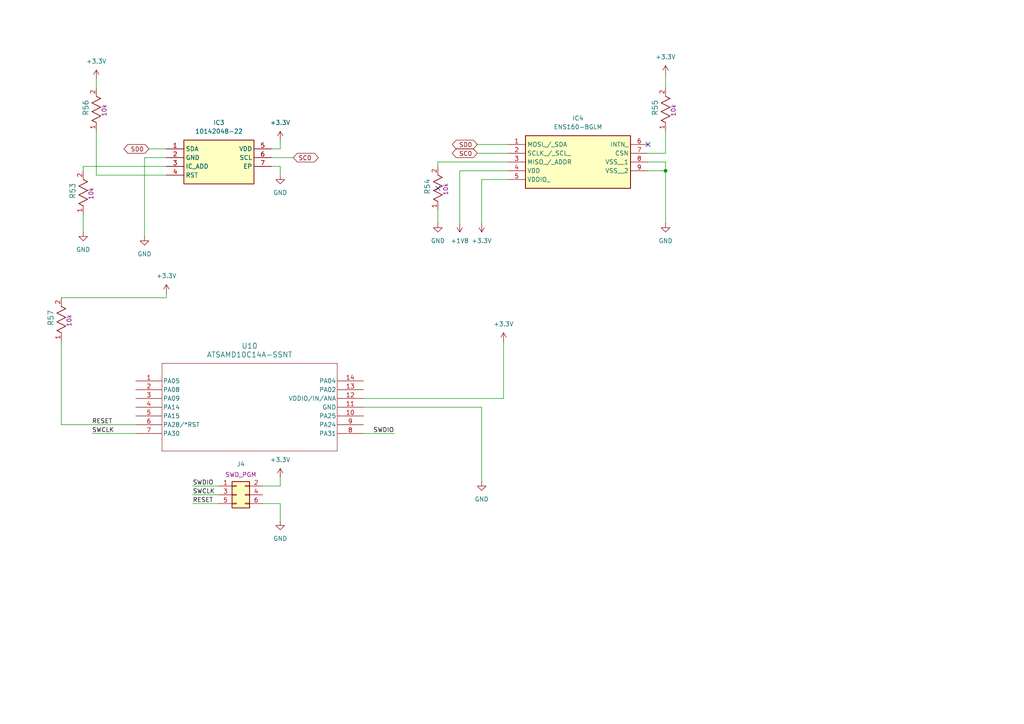
<source format=kicad_sch>
(kicad_sch (version 20250114) (generator "eeschema") (generator_version "9.0")
  (paper "A4")
  (lib_symbols
    (symbol "10142048-22:10142048-22"
      (property "Reference" "IC" (at 26.67 7.62 0))
      (property "Value" "10142048-22" (at 26.67 5.08 0))
      (symbol "10142048-22_1_1"
        (rectangle (start 5.08 2.54) (end 25.4 -10.16) (stroke (width 0.254)) (fill (type background)))
        (pin passive line (at 0 0 0) (length 5.08) (name "SDA") (number "1"))
        (pin passive line (at 0 -2.54 0) (length 5.08) (name "GND") (number "2"))
        (pin passive line (at 0 -5.08 0) (length 5.08) (name "IC_ADD") (number "3"))
        (pin passive line (at 0 -7.62 0) (length 5.08) (name "RST") (number "4"))
        (pin passive line (at 30.48 0 180) (length 5.08) (name "VDD") (number "5"))
        (pin passive line (at 30.48 -2.54 180) (length 5.08) (name "SCL") (number "6"))
        (pin passive line (at 30.48 -5.08 180) (length 5.08) (name "EP") (number "7"))
      )
    )
    (symbol "2025-04-05_21-56-13:RC0402FR-07820RL" (pin_names (offset 0.254))
      (property "Reference" "R" (at 5.715 3.81 0))
      (property "Value" "RC0402FR-07820RL" (at 6.35 -3.81 0))
      (symbol "RC0402FR-07820RL_1_1"
        (polyline (pts (xy 2.54 0) (xy 3.175 1.27)) (stroke (width 0.2032)))
        (polyline (pts (xy 3.175 1.27) (xy 4.445 -1.27)) (stroke (width 0.2032)))
        (polyline (pts (xy 4.445 -1.27) (xy 5.715 1.27)) (stroke (width 0.2032)))
        (polyline (pts (xy 5.715 1.27) (xy 6.985 -1.27)) (stroke (width 0.2032)))
        (polyline (pts (xy 6.985 -1.27) (xy 8.255 1.27)) (stroke (width 0.2032)))
        (polyline (pts (xy 8.255 1.27) (xy 9.525 -1.27)) (stroke (width 0.2032)))
        (polyline (pts (xy 9.525 -1.27) (xy 10.16 0)) (stroke (width 0.2032)))
        (pin unspecified line (at 0 0 0) (length 2.54) (name "") (number "1"))
        (pin unspecified line (at 12.7 0 180) (length 2.54) (name "") (number "2"))
      )
      (symbol "RC0402FR-07820RL_1_2"
        (polyline (pts (xy -1.27 8.255) (xy 1.27 9.525)) (stroke (width 0.2032)))
        (polyline (pts (xy -1.27 5.715) (xy 1.27 6.985)) (stroke (width 0.2032)))
        (polyline (pts (xy -1.27 3.175) (xy 1.27 4.445)) (stroke (width 0.2032)))
        (polyline (pts (xy 0 2.54) (xy -1.27 3.175)) (stroke (width 0.2032)))
        (polyline (pts (xy 1.27 9.525) (xy 0 10.16)) (stroke (width 0.2032)))
        (polyline (pts (xy 1.27 6.985) (xy -1.27 8.255)) (stroke (width 0.2032)))
        (polyline (pts (xy 1.27 4.445) (xy -1.27 5.715)) (stroke (width 0.2032)))
        (pin unspecified line (at 0 12.7 270) (length 2.54) (name "") (number "1"))
        (pin unspecified line (at 0 0 90) (length 2.54) (name "") (number "2"))
      )
    )
    (symbol "2025-06-29_15-33-20:ATSAMD10C14A-SSNT" (pin_names (offset 0.254))
      (property "Reference" "U" (at 33.02 10.16 0))
      (property "Value" "ATSAMD10C14A-SSNT" (at 33.02 7.62 0))
      (symbol "ATSAMD10C14A-SSNT_0_1"
        (polyline (pts (xy 7.62 5.08) (xy 7.62 -20.32)) (stroke (width 0.127)))
        (polyline (pts (xy 7.62 -20.32) (xy 58.42 -20.32)) (stroke (width 0.127)))
        (polyline (pts (xy 58.42 5.08) (xy 7.62 5.08)) (stroke (width 0.127)))
        (polyline (pts (xy 58.42 -20.32) (xy 58.42 5.08)) (stroke (width 0.127)))
        (pin bidirectional line (at 0 0 0) (length 7.62) (name "PA05") (number "1"))
        (pin bidirectional line (at 0 -2.54 0) (length 7.62) (name "PA08") (number "2"))
        (pin bidirectional line (at 0 -5.08 0) (length 7.62) (name "PA09") (number "3"))
        (pin bidirectional line (at 0 -7.62 0) (length 7.62) (name "PA14") (number "4"))
        (pin bidirectional line (at 0 -10.16 0) (length 7.62) (name "PA15") (number "5"))
        (pin bidirectional line (at 0 -12.7 0) (length 7.62) (name "PA28/*RST") (number "6"))
        (pin bidirectional line (at 0 -15.24 0) (length 7.62) (name "PA30") (number "7"))
        (pin bidirectional line (at 66.04 0 180) (length 7.62) (name "PA04") (number "14"))
        (pin bidirectional line (at 66.04 -2.54 180) (length 7.62) (name "PA02") (number "13"))
        (pin power_in line (at 66.04 -5.08 180) (length 7.62) (name "VDDIO/IN/ANA") (number "12"))
        (pin power_out line (at 66.04 -7.62 180) (length 7.62) (name "GND") (number "11"))
        (pin bidirectional line (at 66.04 -10.16 180) (length 7.62) (name "PA25") (number "10"))
        (pin bidirectional line (at 66.04 -12.7 180) (length 7.62) (name "PA24") (number "9"))
        (pin bidirectional line (at 66.04 -15.24 180) (length 7.62) (name "PA31") (number "8"))
      )
    )
    (symbol "Connector_Generic:Conn_02x03_Odd_Even" (pin_names (offset 1.016) (hide yes))
      (property "Reference" "J" (at 1.27 5.08 0))
      (property "Value" "Conn_02x03_Odd_Even" (at 1.27 -5.08 0))
      (symbol "Conn_02x03_Odd_Even_1_1"
        (rectangle (start -1.27 3.81) (end 3.81 -3.81) (stroke (width 0.254)) (fill (type background)))
        (rectangle (start -1.27 2.667) (end 0 2.413) (stroke (width 0.1524)))
        (rectangle (start -1.27 0.127) (end 0 -0.127) (stroke (width 0.1524)))
        (rectangle (start -1.27 -2.413) (end 0 -2.667) (stroke (width 0.1524)))
        (rectangle (start 3.81 2.667) (end 2.54 2.413) (stroke (width 0.1524)))
        (rectangle (start 3.81 0.127) (end 2.54 -0.127) (stroke (width 0.1524)))
        (rectangle (start 3.81 -2.413) (end 2.54 -2.667) (stroke (width 0.1524)))
        (pin passive line (at -5.08 2.54 0) (length 3.81) (name "Pin_1") (number "1"))
        (pin passive line (at -5.08 0 0) (length 3.81) (name "Pin_3") (number "3"))
        (pin passive line (at -5.08 -2.54 0) (length 3.81) (name "Pin_5") (number "5"))
        (pin passive line (at 7.62 2.54 180) (length 3.81) (name "Pin_2") (number "2"))
        (pin passive line (at 7.62 0 180) (length 3.81) (name "Pin_4") (number "4"))
        (pin passive line (at 7.62 -2.54 180) (length 3.81) (name "Pin_6") (number "6"))
      )
    )
    (symbol "ENS160-BGLM:ENS160-BGLM"
      (property "Reference" "IC" (at 36.83 7.62 0))
      (property "Value" "ENS160-BGLM" (at 36.83 5.08 0))
      (symbol "ENS160-BGLM_1_1"
        (rectangle (start 5.08 2.54) (end 35.56 -12.7) (stroke (width 0.254)) (fill (type background)))
        (pin passive line (at 0 0 0) (length 5.08) (name "MOSI_/_SDA") (number "1"))
        (pin passive line (at 0 -2.54 0) (length 5.08) (name "SCLK_/_SCL_") (number "2"))
        (pin passive line (at 0 -5.08 0) (length 5.08) (name "MISO_/_ADDR") (number "3"))
        (pin passive line (at 0 -7.62 0) (length 5.08) (name "VDD") (number "4"))
        (pin passive line (at 0 -10.16 0) (length 5.08) (name "VDDIO_") (number "5"))
        (pin passive line (at 40.64 0 180) (length 5.08) (name "INTN_") (number "6"))
        (pin passive line (at 40.64 -2.54 180) (length 5.08) (name "CSN") (number "7"))
        (pin passive line (at 40.64 -5.08 180) (length 5.08) (name "VSS__1") (number "8"))
        (pin passive line (at 40.64 -7.62 180) (length 5.08) (name "VSS__2") (number "9"))
      )
    )
    (symbol "power:+1V8" (power) (pin_numbers (hide yes)) (pin_names (offset 0) (hide yes))
      (property "Value" "+1V8" (at 0 3.556 0))
      (symbol "+1V8_0_1"
        (polyline (pts (xy -0.762 1.27) (xy 0 2.54)))
        (polyline (pts (xy 0 2.54) (xy 0.762 1.27)))
        (polyline (pts (xy 0 0) (xy 0 2.54)))
      )
      (symbol "+1V8_1_1"
        (pin power_in line (at 0 0 90) (length 0) (name "~") (number "1"))
      )
    )
    (symbol "power:+3.3V" (power) (pin_numbers (hide yes)) (pin_names (offset 0) (hide yes))
      (property "Value" "+3.3V" (at 0 3.556 0))
      (symbol "+3.3V_0_1"
        (polyline (pts (xy -0.762 1.27) (xy 0 2.54)))
        (polyline (pts (xy 0 2.54) (xy 0.762 1.27)))
        (polyline (pts (xy 0 0) (xy 0 2.54)))
      )
      (symbol "+3.3V_1_1"
        (pin power_in line (at 0 0 90) (length 0) (name "~") (number "1"))
      )
    )
    (symbol "power:GND" (power) (pin_numbers (hide yes)) (pin_names (offset 0) (hide yes))
      (property "Value" "GND" (at 0 -3.81 0))
      (symbol "GND_0_1"
        (polyline (pts (xy 0 0) (xy 0 -1.27) (xy 1.27 -1.27) (xy 0 -2.54) (xy -1.27 -1.27) (xy 0 -1.27)))
      )
      (symbol "GND_1_1"
        (pin power_in line (at 0 0 270) (length 0) (name "~") (number "1"))
      )
    )
  )
  (junction (at 193.04 49.53))
  (no_connect (at 187.96 41.91))
  (no_connect (at 127 54.61))
  (wire (pts (xy 78.74 43.18) (xy 81.28 43.18)))
  (wire (pts (xy 26.67 125.73) (xy 39.37 125.73)))
  (wire (pts (xy 17.78 99.06) (xy 17.78 123.19)))
  (wire (pts (xy 78.74 45.72) (xy 85.09 45.72)))
  (wire (pts (xy 187.96 46.99) (xy 193.04 46.99)))
  (wire (pts (xy 24.13 48.26) (xy 24.13 49.53)))
  (wire (pts (xy 81.28 43.18) (xy 81.28 40.64)))
  (wire (pts (xy 48.26 45.72) (xy 41.91 45.72)))
  (wire (pts (xy 139.7 118.11) (xy 139.7 139.7)))
  (wire (pts (xy 127 60.96) (xy 127 64.77)))
  (wire (pts (xy 193.04 49.53) (xy 193.04 64.77)))
  (wire (pts (xy 187.96 44.45) (xy 193.04 44.45)))
  (wire (pts (xy 81.28 48.26) (xy 78.74 48.26)))
  (wire (pts (xy 147.32 49.53) (xy 133.35 49.53)))
  (wire (pts (xy 55.88 140.97) (xy 63.5 140.97)))
  (wire (pts (xy 187.96 49.53) (xy 193.04 49.53)))
  (wire (pts (xy 17.78 123.19) (xy 39.37 123.19)))
  (wire (pts (xy 81.28 140.97) (xy 81.28 138.43)))
  (wire (pts (xy 138.43 44.45) (xy 147.32 44.45)))
  (wire (pts (xy 147.32 46.99) (xy 127 46.99)))
  (wire (pts (xy 76.2 140.97) (xy 81.28 140.97)))
  (wire (pts (xy 55.88 143.51) (xy 63.5 143.51)))
  (wire (pts (xy 55.88 146.05) (xy 63.5 146.05)))
  (wire (pts (xy 139.7 52.07) (xy 139.7 64.77)))
  (wire (pts (xy 138.43 41.91) (xy 147.32 41.91)))
  (wire (pts (xy 27.94 50.8) (xy 27.94 38.1)))
  (wire (pts (xy 48.26 50.8) (xy 27.94 50.8)))
  (wire (pts (xy 81.28 146.05) (xy 81.28 151.13)))
  (wire (pts (xy 193.04 44.45) (xy 193.04 38.1)))
  (wire (pts (xy 48.26 86.36) (xy 48.26 85.09)))
  (wire (pts (xy 41.91 45.72) (xy 41.91 68.58)))
  (wire (pts (xy 147.32 52.07) (xy 139.7 52.07)))
  (wire (pts (xy 105.41 125.73) (xy 114.3 125.73)))
  (wire (pts (xy 193.04 21.59) (xy 193.04 25.4)))
  (wire (pts (xy 48.26 48.26) (xy 24.13 48.26)))
  (wire (pts (xy 27.94 22.86) (xy 27.94 25.4)))
  (wire (pts (xy 81.28 50.8) (xy 81.28 48.26)))
  (wire (pts (xy 127 46.99) (xy 127 48.26)))
  (wire (pts (xy 193.04 46.99) (xy 193.04 49.53)))
  (wire (pts (xy 105.41 115.57) (xy 146.05 115.57)))
  (wire (pts (xy 76.2 146.05) (xy 81.28 146.05)))
  (wire (pts (xy 105.41 118.11) (xy 139.7 118.11)))
  (wire (pts (xy 17.78 86.36) (xy 48.26 86.36)))
  (wire (pts (xy 146.05 115.57) (xy 146.05 99.06)))
  (wire (pts (xy 133.35 49.53) (xy 133.35 64.77)))
  (wire (pts (xy 24.13 62.23) (xy 24.13 67.31)))
  (wire (pts (xy 43.18 43.18) (xy 48.26 43.18)))
  (label "SWDIO" (at 55.88 140.97 0))
  (label "RESET" (at 55.88 146.05 0))
  (label "SWCLK" (at 26.67 125.73 0))
  (label "RESET" (at 26.67 123.19 0))
  (label "SWCLK" (at 55.88 143.51 0))
  (label "SWDIO" (at 114.3 125.73 180))
  (global_label "SC0" (shape bidirectional) (at 85.09 45.72 0) (property "Intersheetrefs" "${INTERSHEET_REFS}" (effects (hide yes))))
  (global_label "SC0" (shape bidirectional) (at 138.43 44.45 180) (property "Intersheetrefs" "${INTERSHEET_REFS}" (effects (hide yes))))
  (global_label "SD0" (shape bidirectional) (at 138.43 41.91 180) (property "Intersheetrefs" "${INTERSHEET_REFS}" (effects (hide yes))))
  (global_label "SD0" (shape bidirectional) (at 43.18 43.18 180) (property "Intersheetrefs" "${INTERSHEET_REFS}" (effects (hide yes))))
  (symbol (lib_id "power:+3.3V") (at 193.04 21.59 0) (unit 1)
    (property "Reference" "#PWR070" (effects (hide yes)))
    (property "Value" "+3.3V" (at 193.04 16.51 0))
    (property "Description" "Power symbol creates a global label with name \"+3.3V\"" (effects (hide yes)))
  )
  (symbol (lib_id "2025-04-05_21-56-13:RC0402FR-07820RL") (at 193.04 38.1 90) (unit 1)
    (property "Reference" "R55" (at 189.992 31.242 0) (effects (font (size 1.524 1.524))))
    (property "Value" "AC0402FR-0710KL" (effects (hide yes)))
    (property "Footprint" "YAG_R0402_YAG" (effects (hide yes)))
    (property "Datasheet" "AC0402FR-0710KL" (effects (hide yes)))
    (property "Description" "10k" (at 195.326 32.004 0))
  )
  (symbol (lib_id "2025-04-05_21-56-13:RC0402FR-07820RL") (at 17.78 99.06 90) (unit 1)
    (property "Reference" "R57" (at 14.732 92.202 0) (effects (font (size 1.524 1.524))))
    (property "Value" "AC0402FR-0710KL" (effects (hide yes)))
    (property "Footprint" "YAG_R0402_YAG" (effects (hide yes)))
    (property "Datasheet" "AC0402FR-0710KL" (effects (hide yes)))
    (property "Description" "10k" (at 20.066 92.964 0))
  )
  (symbol (lib_id "power:GND") (at 81.28 50.8 0) (unit 1)
    (property "Reference" "#PWR063" (effects (hide yes)))
    (property "Value" "GND" (at 81.28 55.88 0))
    (property "Description" "Power symbol creates a global label with name \"GND\" , ground" (effects (hide yes)))
  )
  (symbol (lib_id "power:+3.3V") (at 139.7 64.77 180) (unit 1)
    (property "Reference" "#PWR068" (effects (hide yes)))
    (property "Value" "+3.3V" (at 139.7 69.85 0))
    (property "Description" "Power symbol creates a global label with name \"+3.3V\"" (effects (hide yes)))
  )
  (symbol (lib_id "ENS160-BGLM:ENS160-BGLM") (at 147.32 41.91 0) (unit 1)
    (property "Reference" "IC4" (at 167.64 34.29 0))
    (property "Value" "ENS160-BGLM" (at 167.64 36.83 0))
    (property "Footprint" "ENS160BGLM" (effects (hide yes)))
    (property "Datasheet" "https://www.sciosense.com/wp-content/uploads/documents/SC-001224-DS-6-ENS160-Datasheet-Version-1.0-1.pdf" (effects (hide yes)))
    (property "Description" "Air Quality Sensors ENS160-BGLM LGA9 T&R 500" (effects (hide yes)))
    (property "Height" "0.9" (effects (hide yes)))
    (property "Mouser Part Number" "135-ENS160-BGLM" (effects (hide yes)))
    (property "Mouser Price/Stock" "https://www.mouser.co.uk/ProductDetail/ScioSense/ENS160-BGLM?qs=DRkmTr78QAQKsjT0z3MHoA%3D%3D" (effects (hide yes)))
    (property "Manufacturer_Name" "ScioSense" (effects (hide yes)))
    (property "Manufacturer_Part_Number" "ENS160-BGLM" (effects (hide yes)))
  )
  (symbol (lib_id "2025-04-05_21-56-13:RC0402FR-07820RL") (at 127 60.96 90) (unit 1)
    (property "Reference" "R54" (at 123.952 54.102 0) (effects (font (size 1.524 1.524))))
    (property "Value" "AC0402FR-0710KL" (effects (hide yes)))
    (property "Footprint" "YAG_R0402_YAG" (effects (hide yes)))
    (property "Datasheet" "AC0402FR-0710KL" (effects (hide yes)))
    (property "Description" "10k" (at 129.286 54.864 0))
  )
  (symbol (lib_id "10142048-22:10142048-22") (at 48.26 43.18 0) (unit 1)
    (property "Reference" "IC3" (at 63.5 35.56 0))
    (property "Value" "10142048-22" (at 63.5 38.1 0))
    (property "Footprint" "1014204822" (effects (hide yes)))
    (property "Datasheet" "https://www.te.com/commerce/DocumentDelivery/DDEController?Action=showdoc&DocId=Data+Sheet%7FHTU31_RHT_SENSOR_IC%7F4%7Fpdf%7FEnglish%7FENG_DS_HTU31_RHT_SENSOR_IC_4.pdf%7F10142048-22" (effects (hide yes)))
    (property "Description" "HTU31 Relative Humidity + Temp Sensor" (effects (hide yes)))
    (property "Height" "1" (effects (hide yes)))
    (property "Mouser Part Number" "824-10142048-22" (effects (hide yes)))
    (property "Mouser Price/Stock" "https://www.mouser.co.uk/ProductDetail/Measurement-Specialties/10142048-22?qs=pBJMDPsKWf27qHZ1nGsrJA%3D%3D" (effects (hide yes)))
    (property "Manufacturer_Name" "TE Connectivity" (effects (hide yes)))
    (property "Manufacturer_Part_Number" "10142048-22" (effects (hide yes)))
  )
  (symbol (lib_id "power:GND") (at 24.13 67.31 0) (unit 1)
    (property "Reference" "#PWR055" (effects (hide yes)))
    (property "Value" "GND" (at 24.13 72.39 0))
    (property "Description" "Power symbol creates a global label with name \"GND\" , ground" (effects (hide yes)))
  )
  (symbol (lib_id "power:GND") (at 127 64.77 0) (unit 1)
    (property "Reference" "#PWR039" (effects (hide yes)))
    (property "Value" "GND" (at 127 69.85 0))
    (property "Description" "Power symbol creates a global label with name \"GND\" , ground" (effects (hide yes)))
  )
  (symbol (lib_id "power:+3.3V") (at 146.05 99.06 0) (unit 1)
    (property "Reference" "#PWR072" (effects (hide yes)))
    (property "Value" "+3.3V" (at 146.05 93.98 0))
    (property "Description" "Power symbol creates a global label with name \"+3.3V\"" (effects (hide yes)))
  )
  (symbol (lib_id "power:+3.3V") (at 81.28 40.64 0) (unit 1)
    (property "Reference" "#PWR061" (effects (hide yes)))
    (property "Value" "+3.3V" (at 81.28 35.56 0))
    (property "Description" "Power symbol creates a global label with name \"+3.3V\"" (effects (hide yes)))
  )
  (symbol (lib_id "2025-06-29_15-33-20:ATSAMD10C14A-SSNT") (at 39.37 110.49 0) (unit 1)
    (property "Reference" "U10" (at 72.39 100.33 0) (effects (font (size 1.524 1.524))))
    (property "Value" "ATSAMD10C14A-SSNT" (at 72.39 102.87 0) (effects (font (size 1.524 1.524))))
    (property "Footprint" "SOIC14_SL_MCH" (effects (hide yes)))
    (property "Datasheet" "ATSAMD10C14A-SSNT" (effects (hide yes)))
  )
  (symbol (lib_id "power:GND") (at 193.04 64.77 0) (unit 1)
    (property "Reference" "#PWR069" (effects (hide yes)))
    (property "Value" "GND" (at 193.04 69.85 0))
    (property "Description" "Power symbol creates a global label with name \"GND\" , ground" (effects (hide yes)))
  )
  (symbol (lib_id "power:+3.3V") (at 81.28 138.43 0) (unit 1)
    (property "Reference" "#PWR074" (effects (hide yes)))
    (property "Value" "+3.3V" (at 81.28 133.35 0))
    (property "Description" "Power symbol creates a global label with name \"+3.3V\"" (effects (hide yes)))
  )
  (symbol (lib_id "power:+1V8") (at 133.35 64.77 180) (unit 1)
    (property "Reference" "#PWR067" (effects (hide yes)))
    (property "Value" "+1V8" (at 133.35 69.85 0))
    (property "Description" "Power symbol creates a global label with name \"+1V8\"" (effects (hide yes)))
  )
  (symbol (lib_id "2025-04-05_21-56-13:RC0402FR-07820RL") (at 27.94 38.1 90) (unit 1)
    (property "Reference" "R56" (at 24.892 31.242 0) (effects (font (size 1.524 1.524))))
    (property "Value" "AC0402FR-0710KL" (effects (hide yes)))
    (property "Footprint" "YAG_R0402_YAG" (effects (hide yes)))
    (property "Datasheet" "AC0402FR-0710KL" (effects (hide yes)))
    (property "Description" "10k" (at 30.226 32.004 0))
  )
  (symbol (lib_id "power:GND") (at 41.91 68.58 0) (unit 1)
    (property "Reference" "#PWR060" (effects (hide yes)))
    (property "Value" "GND" (at 41.91 73.66 0))
    (property "Description" "Power symbol creates a global label with name \"GND\" , ground" (effects (hide yes)))
  )
  (symbol (lib_id "power:+3.3V") (at 27.94 22.86 0) (unit 1)
    (property "Reference" "#PWR062" (effects (hide yes)))
    (property "Value" "+3.3V" (at 27.94 17.78 0))
    (property "Description" "Power symbol creates a global label with name \"+3.3V\"" (effects (hide yes)))
  )
  (symbol (lib_id "power:GND") (at 139.7 139.7 0) (unit 1)
    (property "Reference" "#PWR071" (effects (hide yes)))
    (property "Value" "GND" (at 139.7 144.78 0))
    (property "Description" "Power symbol creates a global label with name \"GND\" , ground" (effects (hide yes)))
  )
  (symbol (lib_id "power:GND") (at 81.28 151.13 0) (unit 1)
    (property "Reference" "#PWR075" (effects (hide yes)))
    (property "Value" "GND" (at 81.28 156.21 0))
    (property "Description" "Power symbol creates a global label with name \"GND\" , ground" (effects (hide yes)))
  )
  (symbol (lib_id "2025-04-05_21-56-13:RC0402FR-07820RL") (at 24.13 62.23 90) (unit 1)
    (property "Reference" "R53" (at 21.082 55.372 0) (effects (font (size 1.524 1.524))))
    (property "Value" "AC0402FR-0710KL" (effects (hide yes)))
    (property "Footprint" "YAG_R0402_YAG" (effects (hide yes)))
    (property "Datasheet" "AC0402FR-0710KL" (effects (hide yes)))
    (property "Description" "10k" (at 26.416 56.134 0))
  )
  (symbol (lib_id "power:+3.3V") (at 48.26 85.09 0) (unit 1)
    (property "Reference" "#PWR073" (effects (hide yes)))
    (property "Value" "+3.3V" (at 48.26 80.01 0))
    (property "Description" "Power symbol creates a global label with name \"+3.3V\"" (effects (hide yes)))
  )
  (symbol (lib_id "Connector_Generic:Conn_02x03_Odd_Even") (at 68.58 143.51 0) (unit 1)
    (property "Reference" "J4" (at 69.85 134.62 0))
    (property "Value" "Conn_02x03_Odd_Even" (effects (hide yes)))
    (property "Description" "SWD_PGM" (at 69.85 137.668 0))
  )
)
</source>
